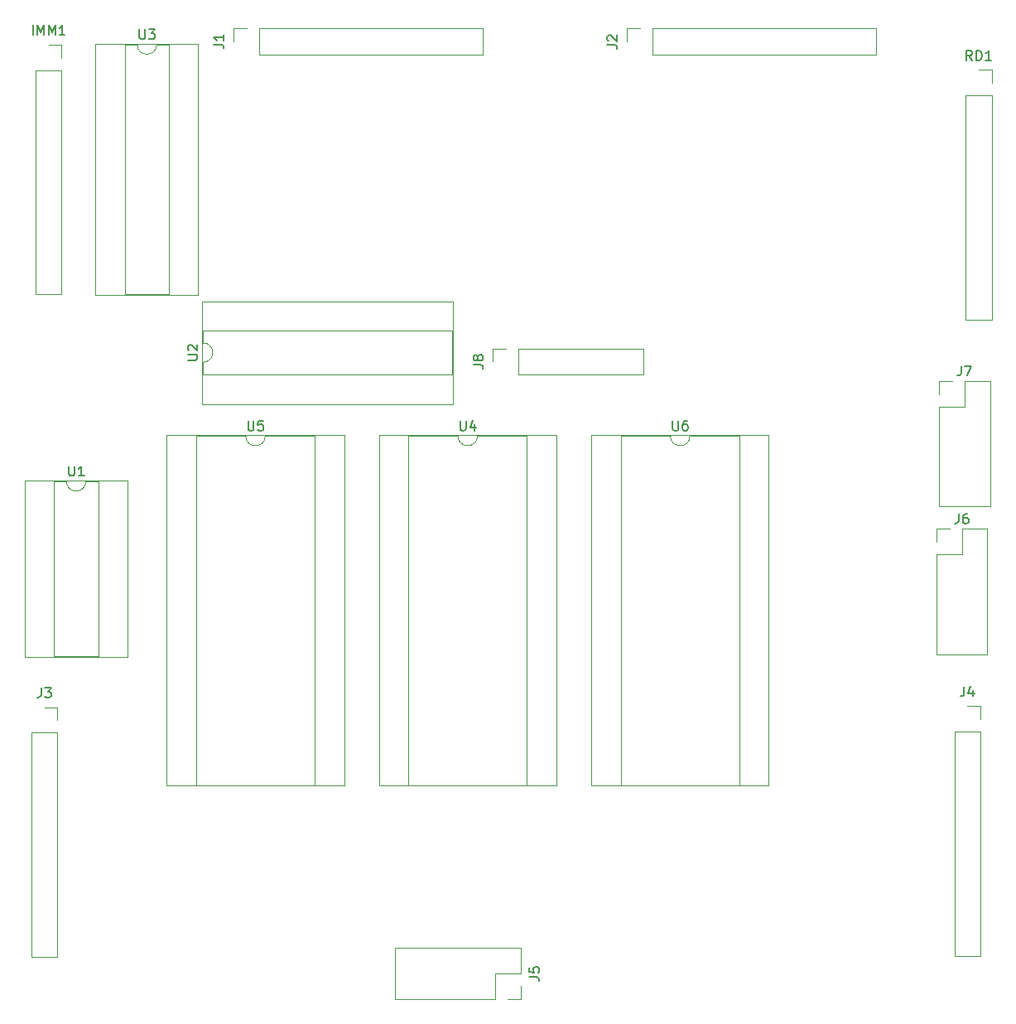
<source format=gbr>
%TF.GenerationSoftware,KiCad,Pcbnew,6.0.2+dfsg-1*%
%TF.CreationDate,2023-02-27T20:22:55-05:00*%
%TF.ProjectId,DatapathController,44617461-7061-4746-9843-6f6e74726f6c,rev?*%
%TF.SameCoordinates,Original*%
%TF.FileFunction,Legend,Top*%
%TF.FilePolarity,Positive*%
%FSLAX46Y46*%
G04 Gerber Fmt 4.6, Leading zero omitted, Abs format (unit mm)*
G04 Created by KiCad (PCBNEW 6.0.2+dfsg-1) date 2023-02-27 20:22:55*
%MOMM*%
%LPD*%
G01*
G04 APERTURE LIST*
%ADD10C,0.150000*%
%ADD11C,0.120000*%
G04 APERTURE END LIST*
D10*
%TO.C,J7*%
X113421666Y-51047380D02*
X113421666Y-51761666D01*
X113374047Y-51904523D01*
X113278809Y-51999761D01*
X113135952Y-52047380D01*
X113040714Y-52047380D01*
X113802619Y-51047380D02*
X114469285Y-51047380D01*
X114040714Y-52047380D01*
%TO.C,J6*%
X113161666Y-66167380D02*
X113161666Y-66881666D01*
X113114047Y-67024523D01*
X113018809Y-67119761D01*
X112875952Y-67167380D01*
X112780714Y-67167380D01*
X114066428Y-66167380D02*
X113875952Y-66167380D01*
X113780714Y-66215000D01*
X113733095Y-66262619D01*
X113637857Y-66405476D01*
X113590238Y-66595952D01*
X113590238Y-66976904D01*
X113637857Y-67072142D01*
X113685476Y-67119761D01*
X113780714Y-67167380D01*
X113971190Y-67167380D01*
X114066428Y-67119761D01*
X114114047Y-67072142D01*
X114161666Y-66976904D01*
X114161666Y-66738809D01*
X114114047Y-66643571D01*
X114066428Y-66595952D01*
X113971190Y-66548333D01*
X113780714Y-66548333D01*
X113685476Y-66595952D01*
X113637857Y-66643571D01*
X113590238Y-66738809D01*
%TO.C,U6*%
X83913095Y-56657380D02*
X83913095Y-57466904D01*
X83960714Y-57562142D01*
X84008333Y-57609761D01*
X84103571Y-57657380D01*
X84294047Y-57657380D01*
X84389285Y-57609761D01*
X84436904Y-57562142D01*
X84484523Y-57466904D01*
X84484523Y-56657380D01*
X85389285Y-56657380D02*
X85198809Y-56657380D01*
X85103571Y-56705000D01*
X85055952Y-56752619D01*
X84960714Y-56895476D01*
X84913095Y-57085952D01*
X84913095Y-57466904D01*
X84960714Y-57562142D01*
X85008333Y-57609761D01*
X85103571Y-57657380D01*
X85294047Y-57657380D01*
X85389285Y-57609761D01*
X85436904Y-57562142D01*
X85484523Y-57466904D01*
X85484523Y-57228809D01*
X85436904Y-57133571D01*
X85389285Y-57085952D01*
X85294047Y-57038333D01*
X85103571Y-57038333D01*
X85008333Y-57085952D01*
X84960714Y-57133571D01*
X84913095Y-57228809D01*
%TO.C,U5*%
X40493095Y-56657380D02*
X40493095Y-57466904D01*
X40540714Y-57562142D01*
X40588333Y-57609761D01*
X40683571Y-57657380D01*
X40874047Y-57657380D01*
X40969285Y-57609761D01*
X41016904Y-57562142D01*
X41064523Y-57466904D01*
X41064523Y-56657380D01*
X42016904Y-56657380D02*
X41540714Y-56657380D01*
X41493095Y-57133571D01*
X41540714Y-57085952D01*
X41635952Y-57038333D01*
X41874047Y-57038333D01*
X41969285Y-57085952D01*
X42016904Y-57133571D01*
X42064523Y-57228809D01*
X42064523Y-57466904D01*
X42016904Y-57562142D01*
X41969285Y-57609761D01*
X41874047Y-57657380D01*
X41635952Y-57657380D01*
X41540714Y-57609761D01*
X41493095Y-57562142D01*
%TO.C,U4*%
X62203095Y-56657380D02*
X62203095Y-57466904D01*
X62250714Y-57562142D01*
X62298333Y-57609761D01*
X62393571Y-57657380D01*
X62584047Y-57657380D01*
X62679285Y-57609761D01*
X62726904Y-57562142D01*
X62774523Y-57466904D01*
X62774523Y-56657380D01*
X63679285Y-56990714D02*
X63679285Y-57657380D01*
X63441190Y-56609761D02*
X63203095Y-57324047D01*
X63822142Y-57324047D01*
%TO.C,U3*%
X29398095Y-16657380D02*
X29398095Y-17466904D01*
X29445714Y-17562142D01*
X29493333Y-17609761D01*
X29588571Y-17657380D01*
X29779047Y-17657380D01*
X29874285Y-17609761D01*
X29921904Y-17562142D01*
X29969523Y-17466904D01*
X29969523Y-16657380D01*
X30350476Y-16657380D02*
X30969523Y-16657380D01*
X30636190Y-17038333D01*
X30779047Y-17038333D01*
X30874285Y-17085952D01*
X30921904Y-17133571D01*
X30969523Y-17228809D01*
X30969523Y-17466904D01*
X30921904Y-17562142D01*
X30874285Y-17609761D01*
X30779047Y-17657380D01*
X30493333Y-17657380D01*
X30398095Y-17609761D01*
X30350476Y-17562142D01*
%TO.C,U2*%
X34327380Y-50451904D02*
X35136904Y-50451904D01*
X35232142Y-50404285D01*
X35279761Y-50356666D01*
X35327380Y-50261428D01*
X35327380Y-50070952D01*
X35279761Y-49975714D01*
X35232142Y-49928095D01*
X35136904Y-49880476D01*
X34327380Y-49880476D01*
X34422619Y-49451904D02*
X34375000Y-49404285D01*
X34327380Y-49309047D01*
X34327380Y-49070952D01*
X34375000Y-48975714D01*
X34422619Y-48928095D01*
X34517857Y-48880476D01*
X34613095Y-48880476D01*
X34755952Y-48928095D01*
X35327380Y-49499523D01*
X35327380Y-48880476D01*
%TO.C,U1*%
X22158095Y-61287380D02*
X22158095Y-62096904D01*
X22205714Y-62192142D01*
X22253333Y-62239761D01*
X22348571Y-62287380D01*
X22539047Y-62287380D01*
X22634285Y-62239761D01*
X22681904Y-62192142D01*
X22729523Y-62096904D01*
X22729523Y-61287380D01*
X23729523Y-62287380D02*
X23158095Y-62287380D01*
X23443809Y-62287380D02*
X23443809Y-61287380D01*
X23348571Y-61430238D01*
X23253333Y-61525476D01*
X23158095Y-61573095D01*
%TO.C,RD1*%
X114538333Y-19822380D02*
X114205000Y-19346190D01*
X113966904Y-19822380D02*
X113966904Y-18822380D01*
X114347857Y-18822380D01*
X114443095Y-18870000D01*
X114490714Y-18917619D01*
X114538333Y-19012857D01*
X114538333Y-19155714D01*
X114490714Y-19250952D01*
X114443095Y-19298571D01*
X114347857Y-19346190D01*
X113966904Y-19346190D01*
X114966904Y-19822380D02*
X114966904Y-18822380D01*
X115205000Y-18822380D01*
X115347857Y-18870000D01*
X115443095Y-18965238D01*
X115490714Y-19060476D01*
X115538333Y-19250952D01*
X115538333Y-19393809D01*
X115490714Y-19584285D01*
X115443095Y-19679523D01*
X115347857Y-19774761D01*
X115205000Y-19822380D01*
X114966904Y-19822380D01*
X116490714Y-19822380D02*
X115919285Y-19822380D01*
X116205000Y-19822380D02*
X116205000Y-18822380D01*
X116109761Y-18965238D01*
X116014523Y-19060476D01*
X115919285Y-19108095D01*
%TO.C,J8*%
X63532380Y-50933333D02*
X64246666Y-50933333D01*
X64389523Y-50980952D01*
X64484761Y-51076190D01*
X64532380Y-51219047D01*
X64532380Y-51314285D01*
X63960952Y-50314285D02*
X63913333Y-50409523D01*
X63865714Y-50457142D01*
X63770476Y-50504761D01*
X63722857Y-50504761D01*
X63627619Y-50457142D01*
X63580000Y-50409523D01*
X63532380Y-50314285D01*
X63532380Y-50123809D01*
X63580000Y-50028571D01*
X63627619Y-49980952D01*
X63722857Y-49933333D01*
X63770476Y-49933333D01*
X63865714Y-49980952D01*
X63913333Y-50028571D01*
X63960952Y-50123809D01*
X63960952Y-50314285D01*
X64008571Y-50409523D01*
X64056190Y-50457142D01*
X64151428Y-50504761D01*
X64341904Y-50504761D01*
X64437142Y-50457142D01*
X64484761Y-50409523D01*
X64532380Y-50314285D01*
X64532380Y-50123809D01*
X64484761Y-50028571D01*
X64437142Y-49980952D01*
X64341904Y-49933333D01*
X64151428Y-49933333D01*
X64056190Y-49980952D01*
X64008571Y-50028571D01*
X63960952Y-50123809D01*
%TO.C,J5*%
X69262380Y-113489833D02*
X69976666Y-113489833D01*
X70119523Y-113537452D01*
X70214761Y-113632690D01*
X70262380Y-113775547D01*
X70262380Y-113870785D01*
X69262380Y-112537452D02*
X69262380Y-113013642D01*
X69738571Y-113061261D01*
X69690952Y-113013642D01*
X69643333Y-112918404D01*
X69643333Y-112680309D01*
X69690952Y-112585071D01*
X69738571Y-112537452D01*
X69833809Y-112489833D01*
X70071904Y-112489833D01*
X70167142Y-112537452D01*
X70214761Y-112585071D01*
X70262380Y-112680309D01*
X70262380Y-112918404D01*
X70214761Y-113013642D01*
X70167142Y-113061261D01*
%TO.C,J4*%
X113711666Y-83822380D02*
X113711666Y-84536666D01*
X113664047Y-84679523D01*
X113568809Y-84774761D01*
X113425952Y-84822380D01*
X113330714Y-84822380D01*
X114616428Y-84155714D02*
X114616428Y-84822380D01*
X114378333Y-83774761D02*
X114140238Y-84489047D01*
X114759285Y-84489047D01*
%TO.C,J3*%
X19346666Y-83942380D02*
X19346666Y-84656666D01*
X19299047Y-84799523D01*
X19203809Y-84894761D01*
X19060952Y-84942380D01*
X18965714Y-84942380D01*
X19727619Y-83942380D02*
X20346666Y-83942380D01*
X20013333Y-84323333D01*
X20156190Y-84323333D01*
X20251428Y-84370952D01*
X20299047Y-84418571D01*
X20346666Y-84513809D01*
X20346666Y-84751904D01*
X20299047Y-84847142D01*
X20251428Y-84894761D01*
X20156190Y-84942380D01*
X19870476Y-84942380D01*
X19775238Y-84894761D01*
X19727619Y-84847142D01*
%TO.C,J2*%
X77232380Y-18243333D02*
X77946666Y-18243333D01*
X78089523Y-18290952D01*
X78184761Y-18386190D01*
X78232380Y-18529047D01*
X78232380Y-18624285D01*
X77327619Y-17814761D02*
X77280000Y-17767142D01*
X77232380Y-17671904D01*
X77232380Y-17433809D01*
X77280000Y-17338571D01*
X77327619Y-17290952D01*
X77422857Y-17243333D01*
X77518095Y-17243333D01*
X77660952Y-17290952D01*
X78232380Y-17862380D01*
X78232380Y-17243333D01*
%TO.C,J1*%
X37012380Y-18218333D02*
X37726666Y-18218333D01*
X37869523Y-18265952D01*
X37964761Y-18361190D01*
X38012380Y-18504047D01*
X38012380Y-18599285D01*
X38012380Y-17218333D02*
X38012380Y-17789761D01*
X38012380Y-17504047D02*
X37012380Y-17504047D01*
X37155238Y-17599285D01*
X37250476Y-17694523D01*
X37298095Y-17789761D01*
%TO.C,IMM1*%
X18490952Y-17232380D02*
X18490952Y-16232380D01*
X18967142Y-17232380D02*
X18967142Y-16232380D01*
X19300476Y-16946666D01*
X19633809Y-16232380D01*
X19633809Y-17232380D01*
X20110000Y-17232380D02*
X20110000Y-16232380D01*
X20443333Y-16946666D01*
X20776666Y-16232380D01*
X20776666Y-17232380D01*
X21776666Y-17232380D02*
X21205238Y-17232380D01*
X21490952Y-17232380D02*
X21490952Y-16232380D01*
X21395714Y-16375238D01*
X21300476Y-16470476D01*
X21205238Y-16518095D01*
D11*
%TO.C,J7*%
X111155000Y-53925000D02*
X111155000Y-52595000D01*
X111155000Y-55195000D02*
X111155000Y-65415000D01*
X113755000Y-52595000D02*
X116355000Y-52595000D01*
X111155000Y-55195000D02*
X113755000Y-55195000D01*
X111155000Y-52595000D02*
X112485000Y-52595000D01*
X113755000Y-55195000D02*
X113755000Y-52595000D01*
X111155000Y-65415000D02*
X116355000Y-65415000D01*
X116355000Y-52595000D02*
X116355000Y-65415000D01*
%TO.C,J6*%
X110895000Y-69045000D02*
X110895000Y-67715000D01*
X110895000Y-70315000D02*
X110895000Y-80535000D01*
X113495000Y-67715000D02*
X116095000Y-67715000D01*
X110895000Y-70315000D02*
X113495000Y-70315000D01*
X110895000Y-67715000D02*
X112225000Y-67715000D01*
X113495000Y-70315000D02*
X113495000Y-67715000D01*
X110895000Y-80535000D02*
X116095000Y-80535000D01*
X116095000Y-67715000D02*
X116095000Y-80535000D01*
%TO.C,U6*%
X75615000Y-58145000D02*
X75615000Y-93945000D01*
X90735000Y-93885000D02*
X90735000Y-58205000D01*
X75615000Y-93945000D02*
X93735000Y-93945000D01*
X93735000Y-93945000D02*
X93735000Y-58145000D01*
X78615000Y-93885000D02*
X90735000Y-93885000D01*
X90735000Y-58205000D02*
X85675000Y-58205000D01*
X93735000Y-58145000D02*
X75615000Y-58145000D01*
X83675000Y-58205000D02*
X78615000Y-58205000D01*
X78615000Y-58205000D02*
X78615000Y-93885000D01*
X83675000Y-58205000D02*
G75*
G03*
X85675000Y-58205000I1000000J0D01*
G01*
%TO.C,U5*%
X32195000Y-58145000D02*
X32195000Y-93945000D01*
X47315000Y-93885000D02*
X47315000Y-58205000D01*
X32195000Y-93945000D02*
X50315000Y-93945000D01*
X50315000Y-93945000D02*
X50315000Y-58145000D01*
X35195000Y-93885000D02*
X47315000Y-93885000D01*
X47315000Y-58205000D02*
X42255000Y-58205000D01*
X50315000Y-58145000D02*
X32195000Y-58145000D01*
X40255000Y-58205000D02*
X35195000Y-58205000D01*
X35195000Y-58205000D02*
X35195000Y-93885000D01*
X40255000Y-58205000D02*
G75*
G03*
X42255000Y-58205000I1000000J0D01*
G01*
%TO.C,U4*%
X53905000Y-58145000D02*
X53905000Y-93945000D01*
X69025000Y-93885000D02*
X69025000Y-58205000D01*
X53905000Y-93945000D02*
X72025000Y-93945000D01*
X72025000Y-93945000D02*
X72025000Y-58145000D01*
X56905000Y-93885000D02*
X69025000Y-93885000D01*
X69025000Y-58205000D02*
X63965000Y-58205000D01*
X72025000Y-58145000D02*
X53905000Y-58145000D01*
X61965000Y-58205000D02*
X56905000Y-58205000D01*
X56905000Y-58205000D02*
X56905000Y-93885000D01*
X61965000Y-58205000D02*
G75*
G03*
X63965000Y-58205000I1000000J0D01*
G01*
%TO.C,U3*%
X32410000Y-43725000D02*
X32410000Y-18205000D01*
X35410000Y-18145000D02*
X24910000Y-18145000D01*
X24910000Y-18145000D02*
X24910000Y-43785000D01*
X27910000Y-43725000D02*
X32410000Y-43725000D01*
X29160000Y-18205000D02*
X27910000Y-18205000D01*
X35410000Y-43785000D02*
X35410000Y-18145000D01*
X32410000Y-18205000D02*
X31160000Y-18205000D01*
X27910000Y-18205000D02*
X27910000Y-43725000D01*
X24910000Y-43785000D02*
X35410000Y-43785000D01*
X29160000Y-18205000D02*
G75*
G03*
X31160000Y-18205000I1000000J0D01*
G01*
%TO.C,U2*%
X61395000Y-47440000D02*
X35875000Y-47440000D01*
X35815000Y-44440000D02*
X35815000Y-54940000D01*
X35815000Y-54940000D02*
X61455000Y-54940000D01*
X61395000Y-51940000D02*
X61395000Y-47440000D01*
X35875000Y-50690000D02*
X35875000Y-51940000D01*
X61455000Y-44440000D02*
X35815000Y-44440000D01*
X35875000Y-47440000D02*
X35875000Y-48690000D01*
X35875000Y-51940000D02*
X61395000Y-51940000D01*
X61455000Y-54940000D02*
X61455000Y-44440000D01*
X35875000Y-50690000D02*
G75*
G03*
X35875000Y-48690000I0J1000000D01*
G01*
%TO.C,U1*%
X25170000Y-80735000D02*
X25170000Y-62835000D01*
X28170000Y-62775000D02*
X17670000Y-62775000D01*
X17670000Y-62775000D02*
X17670000Y-80795000D01*
X21920000Y-62835000D02*
X20670000Y-62835000D01*
X28170000Y-80795000D02*
X28170000Y-62775000D01*
X17670000Y-80795000D02*
X28170000Y-80795000D01*
X20670000Y-80735000D02*
X25170000Y-80735000D01*
X25170000Y-62835000D02*
X23920000Y-62835000D01*
X20670000Y-62835000D02*
X20670000Y-80735000D01*
X21920000Y-62835000D02*
G75*
G03*
X23920000Y-62835000I1000000J0D01*
G01*
%TO.C,RD1*%
X116535000Y-20810000D02*
X116535000Y-22140000D01*
X113875000Y-23410000D02*
X116535000Y-23410000D01*
X116535000Y-23410000D02*
X116535000Y-46330000D01*
X115205000Y-20810000D02*
X116535000Y-20810000D01*
X113875000Y-46330000D02*
X116535000Y-46330000D01*
X113875000Y-23410000D02*
X113875000Y-46330000D01*
%TO.C,J8*%
X80880000Y-51930000D02*
X80880000Y-49270000D01*
X68120000Y-51930000D02*
X80880000Y-51930000D01*
X65520000Y-49270000D02*
X66850000Y-49270000D01*
X68120000Y-49270000D02*
X80880000Y-49270000D01*
X68120000Y-51930000D02*
X68120000Y-49270000D01*
X65520000Y-50600000D02*
X65520000Y-49270000D01*
%TO.C,J5*%
X68370000Y-110556500D02*
X55550000Y-110556500D01*
X68370000Y-110556500D02*
X68370000Y-113156500D01*
X55550000Y-110556500D02*
X55550000Y-115756500D01*
X68370000Y-114426500D02*
X68370000Y-115756500D01*
X65770000Y-113156500D02*
X65770000Y-115756500D01*
X68370000Y-113156500D02*
X65770000Y-113156500D01*
X68370000Y-115756500D02*
X67040000Y-115756500D01*
X65770000Y-115756500D02*
X55550000Y-115756500D01*
%TO.C,J4*%
X115375000Y-85810000D02*
X115375000Y-87140000D01*
X112715000Y-88410000D02*
X115375000Y-88410000D01*
X115375000Y-88410000D02*
X115375000Y-111330000D01*
X114045000Y-85810000D02*
X115375000Y-85810000D01*
X112715000Y-111330000D02*
X115375000Y-111330000D01*
X112715000Y-88410000D02*
X112715000Y-111330000D01*
%TO.C,J3*%
X21010000Y-85930000D02*
X21010000Y-87260000D01*
X18350000Y-88530000D02*
X21010000Y-88530000D01*
X21010000Y-88530000D02*
X21010000Y-111450000D01*
X19680000Y-85930000D02*
X21010000Y-85930000D01*
X18350000Y-111450000D02*
X21010000Y-111450000D01*
X18350000Y-88530000D02*
X18350000Y-111450000D01*
%TO.C,J2*%
X79220000Y-16580000D02*
X80550000Y-16580000D01*
X81820000Y-19240000D02*
X81820000Y-16580000D01*
X81820000Y-16580000D02*
X104740000Y-16580000D01*
X79220000Y-17910000D02*
X79220000Y-16580000D01*
X104740000Y-19240000D02*
X104740000Y-16580000D01*
X81820000Y-19240000D02*
X104740000Y-19240000D01*
%TO.C,J1*%
X39000000Y-16555000D02*
X40330000Y-16555000D01*
X41600000Y-19215000D02*
X41600000Y-16555000D01*
X41600000Y-16555000D02*
X64520000Y-16555000D01*
X39000000Y-17885000D02*
X39000000Y-16555000D01*
X64520000Y-19215000D02*
X64520000Y-16555000D01*
X41600000Y-19215000D02*
X64520000Y-19215000D01*
%TO.C,IMM1*%
X21440000Y-18220000D02*
X21440000Y-19550000D01*
X18780000Y-20820000D02*
X21440000Y-20820000D01*
X21440000Y-20820000D02*
X21440000Y-43740000D01*
X20110000Y-18220000D02*
X21440000Y-18220000D01*
X18780000Y-43740000D02*
X21440000Y-43740000D01*
X18780000Y-20820000D02*
X18780000Y-43740000D01*
%TD*%
M02*

</source>
